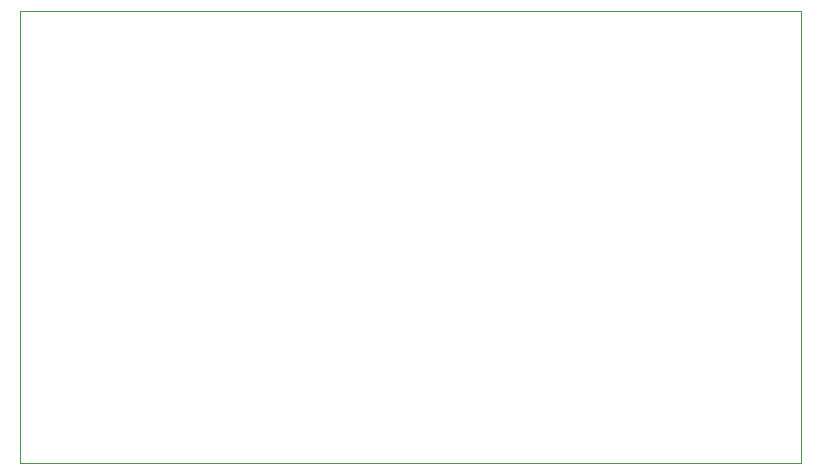
<source format=gbr>
%TF.GenerationSoftware,KiCad,Pcbnew,9.0.4*%
%TF.CreationDate,2025-09-30T20:07:29-04:00*%
%TF.ProjectId,motorDriverDaughter,6d6f746f-7244-4726-9976-657244617567,1*%
%TF.SameCoordinates,Original*%
%TF.FileFunction,Profile,NP*%
%FSLAX46Y46*%
G04 Gerber Fmt 4.6, Leading zero omitted, Abs format (unit mm)*
G04 Created by KiCad (PCBNEW 9.0.4) date 2025-09-30 20:07:29*
%MOMM*%
%LPD*%
G01*
G04 APERTURE LIST*
%TA.AperFunction,Profile*%
%ADD10C,0.050000*%
%TD*%
G04 APERTURE END LIST*
D10*
X16160000Y-16540000D02*
X82260000Y-16540000D01*
X82260000Y-54840000D01*
X16160000Y-54840000D01*
X16160000Y-16540000D01*
M02*

</source>
